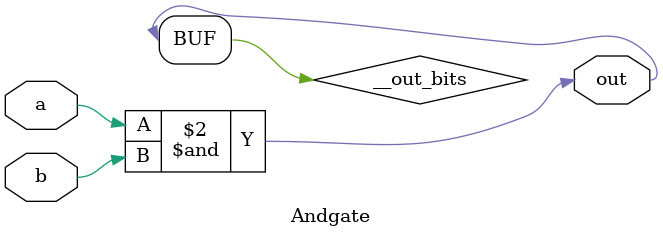
<source format=sv>
module Andgate(
  input  wire a,
              b,
  output wire out
);

  // Variables for output ports
  logic __out_bits;

  // @comb update():
  always_comb
    __out_bits = a & b;

  assign out = __out_bits;
endmodule

</source>
